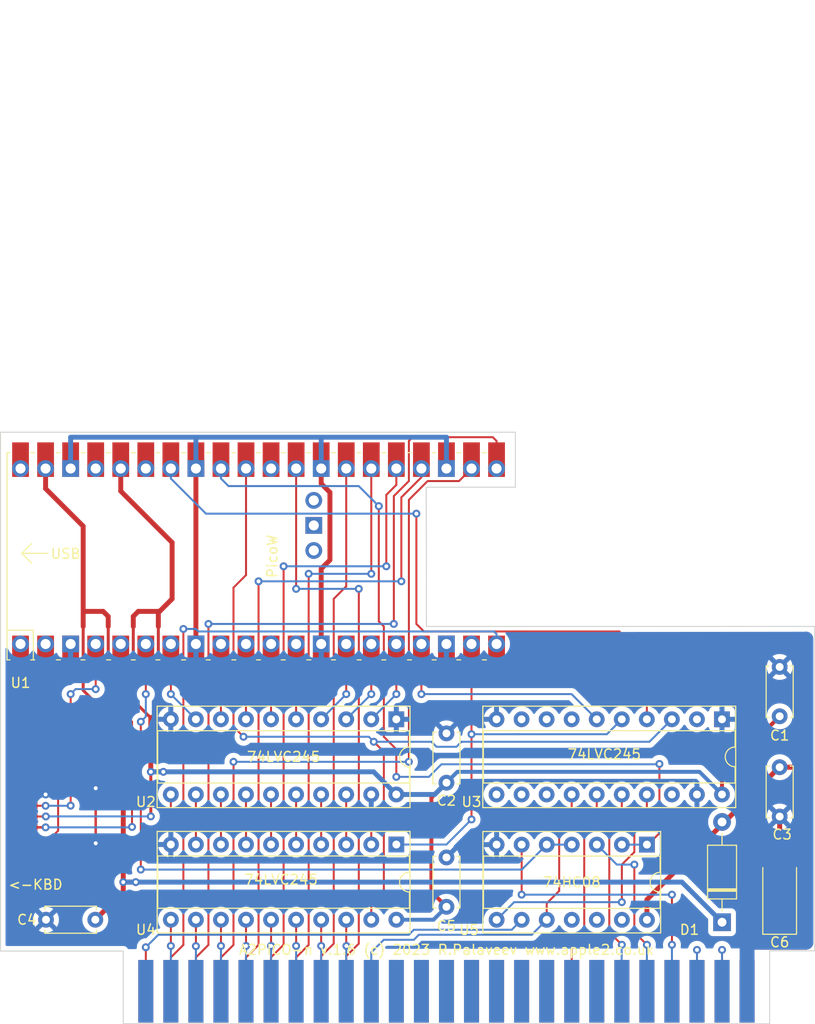
<source format=kicad_pcb>
(kicad_pcb (version 20211014) (generator pcbnew)
  (layers (0 "F.Cu" signal) (31 "B.Cu" signal) (34 "B.Paste" user) (35 "F.Paste" user) (36 "B.SilkS" user "B.Silkscreen") (37 "F.SilkS" user "F.Silkscreen") (38 "B.Mask" user) (39 "F.Mask" user) (44 "Edge.Cuts" user))
  (net 0 "")
  (net 1 "GND")
  (net 2 "3.3V")
  (net 3 "VSYS")
  (net 4 "5V")
  (footprint "" (layer "F.Cu") (at 147.32 135.519807)
    (fp_text reference "")
    (fp_text value "")
  )
  (footprint "" (layer "F.Cu") (at 144.78 135.519807)
    (fp_text reference "")
    (fp_text value "")
  )
  (footprint "" (layer "F.Cu") (at 167.64 135.519807)
    (fp_text reference "")
    (fp_text value "")
  )
  (footprint "" (layer "F.Cu") (at 165.1 135.519807)
    (fp_text reference "")
    (fp_text value "")
  )
  (footprint "Package_DIP:DIP-20_W7.62mm_Socket" (layer "F.Cu") (at 172.715 107.96 -90)
    (fp_text reference "U3")
    (fp_text value "74LVC245")
  )
  (footprint "" (layer "F.Cu") (at 147.32 135.519807)
    (fp_text reference "")
    (fp_text value "")
  )
  (footprint "" (layer "F.Cu") (at 172.72 135.519807)
    (fp_text reference "")
    (fp_text value "")
  )
  (footprint "" (layer "F.Cu") (at 160.02 135.519807)
    (fp_text reference "")
    (fp_text value "")
  )
  (footprint "" (layer "F.Cu") (at 124.46 135.519807)
    (fp_text reference "")
    (fp_text value "")
  )
  (footprint "Capacitor_THT:C_Disc_D5.0mm_W2.5mm_P5.00mm" (layer "F.Cu") (at 144.78 126.96 90)
    (fp_text reference "C5")
    (fp_text value "100n")
  )
  (footprint "" (layer "F.Cu") (at 167.64 135.519807)
    (fp_text reference "")
    (fp_text value "")
  )
  (footprint "" (layer "F.Cu") (at 114.3 135.519807)
    (fp_text reference "")
    (fp_text value "")
  )
  (footprint "" (layer "F.Cu") (at 116.84 135.519807)
    (fp_text reference "")
    (fp_text value "")
  )
  (footprint "" (layer "F.Cu") (at 102.446 116.712)
    (fp_text reference "")
    (fp_text value "")
  )
  (footprint "" (layer "F.Cu") (at 139.7 135.519807)
    (fp_text reference "")
    (fp_text value "")
  )
  (footprint "" (layer "F.Cu") (at 152.4 135.519807)
    (fp_text reference "")
    (fp_text value "")
  )
  (footprint "Capacitor_THT:C_Disc_D5.0mm_W2.5mm_P5.00mm" (layer "F.Cu") (at 178.562 107.656 90)
    (fp_text reference "C1")
    (fp_text value "100n")
  )
  (footprint "" (layer "F.Cu") (at 149.86 135.519807)
    (fp_text reference "")
    (fp_text value "")
  )
  (footprint "" (layer "F.Cu") (at 124.46 135.519807)
    (fp_text reference "")
    (fp_text value "")
  )
  (footprint "Capacitor_THT:C_Disc_D5.0mm_W2.5mm_P5.00mm" (layer "F.Cu") (at 144.78 114.387 90)
    (fp_text reference "C2")
    (fp_text value "100n")
  )
  (footprint "" (layer "F.Cu") (at 137.16 135.519807)
    (fp_text reference "")
    (fp_text value "")
  )
  (footprint "" (layer "F.Cu") (at 162.56 135.519807)
    (fp_text reference "")
    (fp_text value "")
  )
  (footprint "" (layer "F.Cu") (at 102.446 113.412)
    (fp_text reference "")
    (fp_text value "")
  )
  (footprint "Package_DIP:DIP-20_W7.62mm_Socket" (layer "F.Cu") (at 139.7 120.65 -90)
    (fp_text reference "U4")
    (fp_text value "74LVC245")
  )
  (footprint "" (layer "F.Cu") (at 142.24 135.519807)
    (fp_text reference "")
    (fp_text value "")
  )
  (footprint "" (layer "F.Cu") (at 137.16 135.519807)
    (fp_text reference "")
    (fp_text value "")
  )
  (footprint "Package_DIP:DIP-14_W7.62mm_Socket" (layer "F.Cu") (at 165.105 120.66 -90)
    (fp_text reference "U5")
    (fp_text value "74HC08")
  )
  (footprint "" (layer "F.Cu") (at 154.94 135.519807)
    (fp_text reference "")
    (fp_text value "")
  )
  (footprint "" (layer "F.Cu") (at 119.38 135.519807)
    (fp_text reference "")
    (fp_text value "")
  )
  (footprint "" (layer "F.Cu") (at 127 135.519807)
    (fp_text reference "")
    (fp_text value "")
  )
  (footprint "Package_DIP:DIP-20_W7.62mm_Socket" (layer "F.Cu") (at 139.695 107.96 -90)
    (fp_text reference "U2")
    (fp_text value "74LVC245")
  )
  (footprint "RaspberryPI PicoW:RPi_PicoW_SMD_TH" (layer "F.Cu") (at 125.73 91.44 90)
    (fp_text reference "U1")
    (fp_text value "PicoW")
  )
  (footprint "" (layer "F.Cu") (at 157.48 135.519807)
    (fp_text reference "")
    (fp_text value "")
  )
  (footprint "" (layer "F.Cu") (at 175.26 135.519807)
    (fp_text reference "")
    (fp_text value "")
  )
  (footprint "" (layer "F.Cu") (at 134.62 135.519807)
    (fp_text reference "")
    (fp_text value "")
  )
  (footprint "" (layer "F.Cu") (at 160.02 135.519807)
    (fp_text reference "")
    (fp_text value "")
  )
  (footprint "" (layer "F.Cu") (at 139.7 135.519807)
    (fp_text reference "")
    (fp_text value "")
  )
  (footprint "" (layer "F.Cu") (at 165.1 135.519807)
    (fp_text reference "")
    (fp_text value "")
  )
  (footprint "" (layer "F.Cu") (at 102.446 118.912)
    (fp_text reference "")
    (fp_text value "")
  )
  (footprint "" (layer "F.Cu") (at 121.92 135.519807)
    (fp_text reference "")
    (fp_text value "")
  )
  (footprint "" (layer "F.Cu") (at 152.4 135.519807)
    (fp_text reference "")
    (fp_text value "")
  )
  (footprint "Capacitor_THT:C_Disc_D5.0mm_W2.5mm_P5.00mm" (layer "F.Cu") (at 104.18 128.27)
    (fp_text reference "C4")
    (fp_text value "100n")
  )
  (footprint "" (layer "F.Cu") (at 109.22 124.228 90)
    (fp_text reference "")
    (fp_text value "")
  )
  (footprint "" (layer "F.Cu") (at 142.24 135.519807)
    (fp_text reference "")
    (fp_text value "")
  )
  (footprint "" (layer "F.Cu") (at 114.3 135.519807)
    (fp_text reference "")
    (fp_text value "")
  )
  (footprint "" (layer "F.Cu") (at 116.84 135.519807)
    (fp_text reference "")
    (fp_text value "")
  )
  (footprint "" (layer "F.Cu") (at 157.48 135.519807)
    (fp_text reference "")
    (fp_text value "")
  )
  (footprint "" (layer "F.Cu") (at 149.86 135.519807)
    (fp_text reference "")
    (fp_text value "")
  )
  (footprint "" (layer "F.Cu") (at 129.54 135.519807)
    (fp_text reference "")
    (fp_text value "")
  )
  (footprint "" (layer "F.Cu") (at 127 135.519807)
    (fp_text reference "")
    (fp_text value "")
  )
  (footprint "" (layer "F.Cu") (at 170.18 135.519807)
    (fp_text reference "")
    (fp_text value "")
  )
  (footprint "" (layer "F.Cu") (at 121.92 135.519807)
    (fp_text reference "")
    (fp_text value "")
  )
  (footprint "" (layer "F.Cu") (at 102.446 115.612)
    (fp_text reference "")
    (fp_text value "")
  )
  (footprint "" (layer "F.Cu") (at 102.446 117.812)
    (fp_text reference "")
    (fp_text value "")
  )
  (footprint "" (layer "F.Cu") (at 172.72 135.519807)
    (fp_text reference "")
    (fp_text value "")
  )
  (footprint "Capacitor_Tantalum_SMD:CP_EIA-6032-15_Kemet-U" (layer "F.Cu") (at 178.562 125.984 90)
    (fp_text reference "C6")
    (fp_text value "220uF")
  )
  (footprint "" (layer "F.Cu") (at 132.08 135.519807)
    (fp_text reference "")
    (fp_text value "")
  )
  (footprint "" (layer "F.Cu") (at 102.446 121.112)
    (fp_text reference "")
    (fp_text value "")
  )
  (footprint "" (layer "F.Cu") (at 102.446 120.012)
    (fp_text reference "")
    (fp_text value "")
  )
  (footprint "Diode_THT:D_A-405_P10.16mm_Horizontal" (layer "F.Cu") (at 172.72 128.524 90)
    (fp_text reference "D1")
    (fp_text value "D_A-405_P10.16mm_Horizontal" hide)
  )
  (footprint "" (layer "F.Cu") (at 109.22 111.898 180)
    (fp_text reference "")
    (fp_text value "")
  )
  (footprint "" (layer "F.Cu") (at 134.62 135.519807)
    (fp_text reference "")
    (fp_text value "")
  )
  (footprint "" (layer "F.Cu") (at 162.56 135.519807)
    (fp_text reference "")
    (fp_text value "")
  )
  (footprint "" (layer "F.Cu") (at 119.38 135.519807)
    (fp_text reference "")
    (fp_text value "")
  )
  (footprint "" (layer "F.Cu") (at 154.94 135.519807)
    (fp_text reference "")
    (fp_text value "")
  )
  (footprint "" (layer "F.Cu") (at 144.78 135.519807)
    (fp_text reference "")
    (fp_text value "")
  )
  (footprint "" (layer "F.Cu") (at 170.18 135.519807)
    (fp_text reference "")
    (fp_text value "")
  )
  (footprint "" (layer "F.Cu") (at 129.54 135.519807)
    (fp_text reference "")
    (fp_text value "")
  )
  (footprint "Capacitor_THT:C_Disc_D5.0mm_W2.5mm_P5.00mm" (layer "F.Cu") (at 178.562 117.816 90)
    (fp_text reference "C3")
    (fp_text value "100n")
  )
  (footprint "" (layer "F.Cu") (at 102.446 114.512)
    (fp_text reference "")
    (fp_text value "")
  )
  (footprint "" (layer "F.Cu") (at 175.26 135.519807)
    (fp_text reference "")
    (fp_text value "")
  )
  (footprint "" (layer "F.Cu") (at 132.08 135.519807)
    (fp_text reference "")
    (fp_text value "")
  )
  (gr_line (start 102.73 90.14) (end 101.73 91.14) (layer "F.SilkS") (width 0.12))
  (gr_line (start 101.73 91.14) (end 102.73 92.14) (layer "F.SilkS") (width 0.12))
  (gr_line (start 104.33 91.14) (end 101.73 91.14) (layer "F.SilkS") (width 0.12))
  (gr_line (start 102.73 92.14) (end 101.73 91.14) (layer "F.SilkS") (width 0.12))
  (gr_line (start 177.546 138.821807) (end 177.546 131.4196) (layer "Edge.Cuts") (width 0.1))
  (gr_line (start 151.1808 98.552) (end 182.118 98.552) (layer "Edge.Cuts") (width 0.1))
  (gr_line (start 151.1808 98.552) (end 142.748 98.552) (layer "Edge.Cuts") (width 0.1))
  (gr_line (start 142.73 84.44) (end 142.748 98.552) (layer "Edge.Cuts") (width 0.1))
  (gr_line (start 177.546 131.4196) (end 182.118 131.4196) (layer "Edge.Cuts") (width 0.1))
  (gr_line (start 99.568 131.445) (end 99.568 78.867) (layer "Edge.Cuts") (width 0.1))
  (gr_line (start 99.568 78.867) (end 151.765 78.867) (layer "Edge.Cuts") (width 0.1))
  (gr_line (start 112.014 131.445) (end 99.568 131.445) (layer "Edge.Cuts") (width 0.1))
  (gr_line (start 151.765 78.867) (end 151.765 84.44) (layer "Edge.Cuts") (width 0.1))
  (gr_line (start 112.014 138.811) (end 177.546 138.821807) (layer "Edge.Cuts") (width 0.1))
  (gr_line (start 138.516 35.096) (end 138.516 35.096) (layer "Edge.Cuts") (width 0.05))
  (gr_line (start 142.73 84.44) (end 151.765 84.44) (layer "Edge.Cuts") (width 0.1))
  (gr_line (start 112.014 138.811) (end 112.014 131.445) (layer "Edge.Cuts") (width 0.1))
  (gr_line (start 182.118 131.4196) (end 182.118 98.552) (layer "Edge.Cuts") (width 0.1))
  (gr_text "" (at 152.4 135.519807) (layer "F.SilkS") (effects (font (size 1.27 1.27))))
  (gr_text "" (at 152.4 135.519807) (layer "F.SilkS") (effects (font (size 1.27 1.27))))
  (gr_text "A2PICO-n v.1.6 (c) 2023 R.Palaveev www.apple2.co.uk" (at 144.78 131.318) (layer "F.SilkS") (effects (font (size 1 1))))
  (gr_text "USB" (at 106.172 91.186) (layer "F.SilkS") (effects (font (size 1 1))))
  (gr_text "<-KBD" (at 103.124 124.714) (layer "F.SilkS") (effects (font (size 1 1))))
  (segment (start 163.83 121.412) (end 163.83 119.38) (width 0.2) (layer "F.Cu") (net 0))
  (segment (start 129.54 104.902) (end 129.535 104.907) (width 0.2) (layer "F.Cu") (net 0))
  (segment (start 135.895 116.083) (end 135.895 107.183) (width 0.2) (layer "F.Cu") (net 0))
  (segment (start 134.62 94.488) (end 133.35 95.758) (width 0.2) (layer "F.Cu") (net 0))
  (segment (start 124.46 104.902) (end 124.46 100.33) (width 0.2) (layer "F.Cu") (net 0))
  (segment (start 137.16 120.5965) (end 137.16 118.6915) (width 0.2) (layer "F.Cu") (net 0))
  (segment (start 109.22 104.902) (end 109.22 100.33) (width 0.2) (layer "F.Cu") (net 0))
  (segment (start 102.458 116.724) (end 102.446 116.712) (width 0.2) (layer "F.Cu") (net 0))
  (segment (start 137.922 98.044) (end 137.922 86.36) (width 0.2) (layer "F.Cu") (net 0))
  (segment (start 116.84 132.09) (end 118.11 130.82) (width 0.2) (layer "F.Cu") (net 0))
  (segment (start 129.54 94.742) (end 129.54 82.55) (width 0.2) (layer "F.Cu") (net 0))
  (segment (start 130.81 93.218) (end 130.81 117.4115) (width 0.2) (layer "F.Cu") (net 0))
  (segment (start 121.92 130.927258) (end 121.92 128.27) (width 0.2) (layer "F.Cu") (net 0))
  (segment (start 121.92 120.5865) (end 121.92 118.6815) (width 0.2) (layer "F.Cu") (net 0))
  (segment (start 137.16 105.41) (end 137.16 100.33) (width 0.2) (layer "F.Cu") (net 0))
  (segment (start 157.48 138.040065) (end 157.48 131.064) (width 0.2) (layer "F.Cu") (net 0))
  (segment (start 116.835 117.47) (end 116.835 115.58) (width 0.2) (layer "F.Cu") (net 0))
  (segment (start 158.75 129.794) (end 158.75 118.618) (width 0.2) (layer "F.Cu") (net 0))
  (segment (start 163.83 124.968) (end 163.83 129.286) (width 0.2) (layer "F.Cu") (net 0))
  (segment (start 123.195 112.273) (end 123.19 112.268) (width 0.2) (layer "F.Cu") (net 0))
  (segment (start 132.075 117.343) (end 132.075 115.58) (width 0.2) (layer "F.Cu") (net 0))
  (segment (start 140.97 83.82) (end 140.97 79.756) (width 0.2) (layer "F.Cu") (net 0))
  (segment (start 128.27 92.456) (end 128.27 117.4115) (width 0.2) (layer "F.Cu") (net 0))
  (segment (start 101.6 104.786) (end 101.6 100.33) (width 0.2) (layer "F.Cu") (net 0))
  (segment (start 128.27 130.801065) (end 128.27 118.64975) (width 0.2) (layer "F.Cu") (net 0))
  (segment (start 149.86 79.756) (end 149.86 82.55) (width 0.2) (layer "F.Cu") (net 0))
  (segment (start 118.11 118.745) (end 116.835 117.47) (width 0.2) (layer "F.Cu") (net 0))
  (segment (start 132.08 131.963) (end 133.35 130.693) (width 0.2) (layer "F.Cu") (net 0))
  (segment (start 129.54 132.09) (end 130.81 130.82) (width 0.2) (layer "F.Cu") (net 0))
  (segment (start 139.7 110.998) (end 138.43 109.728) (width 0.2) (layer "F.Cu") (net 0))
  (segment (start 156.21 125.349) (end 156.21 118.6205) (width 0.2) (layer "F.Cu") (net 0))
  (segment (start 132.08 130.927258) (end 132.08 128.27) (width 0.2) (layer "F.Cu") (net 0))
  (segment (start 162.555 117.343) (end 162.555 115.58) (width 0.2) (layer "F.Cu") (net 0))
  (segment (start 104.14 114.184) (end 103.812 114.512) (width 0.2) (layer "F.Cu") (net 0))
  (segment (start 162.56 122.682) (end 163.83 121.412) (width 0.2) (layer "F.Cu") (net 0))
  (segment (start 104.14 100.33) (end 104.14 105.41) (width 0.2) (layer "F.Cu") (net 0))
  (segment (start 114.3 100.33) (end 114.3 105.41) (width 0.2) (layer "F.Cu") (net 0))
  (segment (start 135.89 117.4215) (end 135.89 116.0245) (width 0.2) (layer "F.Cu") (net 0))
  (segment (start 125.73 118.618) (end 124.455 117.343) (width 0.2) (layer "F.Cu") (net 0))
  (segment (start 129.54 138.040065) (end 129.54 132.070258) (width 0.2) (layer "F.Cu") (net 0))
  (segment (start 116.84 130.927258) (end 116.84 128.27) (width 0.2) (layer "F.Cu") (net 0))
  (segment (start 130.81 118.618) (end 129.535 117.343) (width 0.2) (layer "F.Cu") (net 0))
  (segment (start 140.97 79.756) (end 141.351 79.375) (width 0.2) (layer "F.Cu") (net 0))
  (segment (start 104.14 105.41) (end 105.41 106.68) (width 0.2) (layer "F.Cu") (net 0))
  (segment (start 120.65 105.41) (end 120.655 105.415) (width 0.2) (layer "F.Cu") (net 0))
  (segment (start 123.19 118.618) (end 121.915 117.343) (width 0.2) (layer "F.Cu") (net 0))
  (segment (start 135.89 106.924) (end 135.895 106.929) (width 0.2) (layer "F.Cu") (net 0))
  (segment (start 163.83 119.38) (end 165.1 118.11) (width 0.2) (layer "F.Cu") (net 0))
  (segment (start 137.16 126.492) (end 137.16 128.27) (width 0.2) (layer "F.Cu") (net 0))
  (segment (start 140.97 112.268) (end 140.97 85.725) (width 0.2) (layer "F.Cu") (net 0))
  (segment (start 158.75 118.618) (end 160.02 117.348) (width 0.2) (layer "F.Cu") (net 0))
  (segment (start 134.62 131.953) (end 134.62 138.040065) (width 0.2) (layer "F.Cu") (net 0))
  (segment (start 121.915 105.669) (end 121.915 107.96) (width 0.2) (layer "F.Cu") (net 0))
  (segment (start 101.658 104.844) (end 104.14 107.326) (width 0.2) (layer "F.Cu") (net 0))
  (segment (start 127 132.325065) (end 127 137.932) (width 0.2) (layer "F.Cu") (net 0))
  (segment (start 140.208 93.98) (end 140.208 85.471) (width 0.2) (layer "F.Cu") (net 0))
  (segment (start 165.217 120.66) (end 165.105 120.66) (width 0.2) (layer "F.Cu") (net 0))
  (segment (start 165.095 101.849) (end 165.095 107.96) (width 0.2) (layer "F.Cu") (net 0))
  (segment (start 127 132.071065) (end 128.27 130.801065) (width 0.2) (layer "F.Cu") (net 0))
  (segment (start 118.11 117.475) (end 118.11 98.806) (width 0.2) (layer "F.Cu") (net 0))
  (segment (start 138.43 111.252) (end 138.43 125.222) (width 0.2) (layer "F.Cu") (net 0))
  (segment (start 124.46 118.6815) (end 123.19 117.4115) (width 0.2) (layer "F.Cu") (net 0))
  (segment (start 124.46 104.902) (end 124.455 104.907) (width 0.2) (layer "F.Cu") (net 0))
  (segment (start 104.14 107.326) (end 104.14 114.184) (width 0.2) (layer "F.Cu") (net 0))
  (segment (start 172.72 131.328807) (end 172.72 135.265807) (width 0.2) (layer "F.Cu") (net 0))
  (segment (start 140.208 85.471) (end 142.24 83.439) (width 0.2) (layer "F.Cu") (net 0))
  (segment (start 165.095 118.105) (end 165.095 115.58) (width 0.2) (layer "F.Cu") (net 0))
  (segment (start 160.02 117.348) (end 160.015 117.343) (width 0.2) (layer "F.Cu") (net 0))
  (segment (start 146.05 83.82) (end 147.32 82.55) (width 0.2) (layer "F.Cu") (net 0))
  (segment (start 132.08 131.943258) (end 132.08 138.040065) (width 0.2) (layer "F.Cu") (net 0))
  (segment (start 157.48 131.064) (end 158.75 129.794) (width 0.2) (layer "F.Cu") (net 0))
  (segment (start 135.89 130.693) (end 135.89 118.618) (width 0.2) (layer "F.Cu") (net 0))
  (segment (start 106.68 116.713) (end 106.68 105.41) (width 0.2) (layer "F.Cu") (net 0))
  (segment (start 166.37 119.507) (end 165.217 120.66) (width 0.2) (layer "F.Cu") (net 0))
  (segment (start 137.16 118.6915) (end 135.89 117.4215) (width 0.2) (layer "F.Cu") (net 0))
  (segment (start 116.84 100.33) (end 116.84 105.41) (width 0.2) (layer "F.Cu") (net 0))
  (segment (start 166.37 112.4845) (end 166.37 119.507) (width 0.2) (layer "F.Cu") (net 0))
  (segment (start 119.375 117.47) (end 119.375 115.58) (width 0.2) (layer "F.Cu") (net 0))
  (segment (start 134.62 82.55) (end 134.62 94.488) (width 0.2) (layer "F.Cu") (net 0))
  (segment (start 137.414 110.236) (end 138.43 111.252) (width 0.2) (layer "F.Cu") (net 0))
  (segment (start 139.7 113.792) (end 139.7 110.998) (width 0.2) (layer "F.Cu") (net 0))
  (segment (start 139.7 105.41) (end 139.7 100.33) (width 0.2) (layer "F.Cu") (net 0))
  (segment (start 104.14 116.724) (end 102.458 116.724) (width 0.2) (layer "F.Cu") (net 0))
  (segment (start 138.43 125.222) (end 137.16 126.492) (width 0.2) (layer "F.Cu") (net 0))
  (segment (start 134.62 130.907516) (end 134.62 128.27) (width 0.2) (layer "F.Cu") (net 0))
  (segment (start 129.535 104.907) (end 129.535 107.96) (width 0.2) (layer "F.Cu") (net 0))
  (segment (start 120.655 105.415) (end 120.655 117.4165) (width 0.2) (layer "F.Cu") (net 0))
  (segment (start 127 104.648) (end 127 100.33) (width 0.2) (layer "F.Cu") (net 0))
  (segment (start 119.38 118.745) (end 118.11 117.475) (width 0.2) (layer "F.Cu") (net 0))
  (segment (start 113.792 108.204) (end 113.792 123.19) (width 0.2) (layer "F.Cu") (net 0))
  (segment (start 124.46 130.927258) (end 124.46 128.27) (width 0.2) (layer "F.Cu") (net 0))
  (segment (start 133.35 95.758) (end 133.35 117.4115) (width 0.2) (layer "F.Cu") (net 0))
  (segment (start 120.87225 117.63375) (end 120.65 117.4115) (width 0.2) (layer "F.Cu") (net 0))
  (segment (start 147.32 109.474) (end 147.32 100.33) (width 0.2) (layer "F.Cu") (net 0))
  (segment (start 162.56 126.492) (end 162.56 122.682) (width 0.2) (layer "F.Cu") (net 0))
  (segment (start 133.35 117.4115) (end 134.62 118.6815) (width 0.2) (layer "F.Cu") (net 0))
  (segment (start 135.895 106.675) (end 135.895 94.747) (width 0.2) (layer "F.Cu") (net 0))
  (segment (start 139.7 84.201) (end 139.7 82.55) (width 0.2) (layer "F.Cu") (net 0))
  (segment (start 126.995 104.653) (end 126.995 107.96) (width 0.2) (layer "F.Cu") (net 0))
  (segment (start 127 130.927258) (end 127 128.27) (width 0.2) (layer "F.Cu") (net 0))
  (segment (start 121.92 132.09) (end 123.19 130.82) (width 0.2) (layer "F.Cu") (net 0))
  (segment (start 124.206 109.728) (end 123.19 108.712) (width 0.2) (layer "F.Cu") (net 0))
  (segment (start 120.65 118.745) (end 119.375 117.47) (width 0.2) (layer "F.Cu") (net 0))
  (segment (start 128.27 117.4115) (end 129.54 118.6815) (width 0.2) (layer "F.Cu") (net 0))
  (segment (start 119.38 130.947) (end 119.38 128.27) (width 0.2) (layer "F.Cu") (net 0))
  (segment (start 120.65 98.298) (end 120.65 105.41) (width 0.2) (layer "F.Cu") (net 0))
  (segment (start 139.446 95.504) (end 139.446 98.298) (width 0.2) (layer "F.Cu") (net 0))
  (segment (start 142.24 83.439) (end 142.24 82.55) (width 0.2) (layer "F.Cu") (net 0))
  (segment (start 124.455 104.907) (end 124.455 107.96) (width 0.2) (layer "F.Cu") (net 0))
  (segment (start 161.29 129.54) (end 161.29 118.618) (width 0.2) (layer "F.Cu") (net 0))
  (segment (start 119.38 132.070258) (end 119.38 138.040065) (width 0.2) (layer "F.Cu") (net 0))
  (segment (start 142.24 100.33) (end 142.24 105.41) (width 0.2) (layer "F.Cu") (net 0))
  (segment (start 162.56 117.348) (end 162.555 117.343) (width 0.2) (layer "F.Cu") (net 0))
  (segment (start 121.92 105.664) (end 121.915 105.669) (width 0.2) (layer "F.Cu") (net 0))
  (segment (start 163.83 129.54) (end 165.1 130.81) (width 0.2) (layer "F.Cu") (net 0))
  (segment (start 154.945 126.614) (end 156.21 125.349) (width 0.2) (layer "F.Cu") (net 0))
  (segment (start 123.19 94.615) (end 124.46 93.345) (width 0.2) (layer "F.Cu") (net 0))
  (segment (start 121.92 118.6815) (end 120.87225 117.63375) (width 0.2) (layer "F.Cu") (net 0))
  (segment (start 120.655 117.4165) (end 120.87225 117.63375) (width 0.2) (layer "F.Cu") (net 0))
  (segment (start 124.46 120.5865) (end 124.46 118.6815) (width 0.2) (layer "F.Cu") (net 0))
  (segment (start 134.62 118.6815) (end 134.62 120.5865) (width 0.2) (layer "F.Cu") (net 0))
  (segment (start 112.903 108.204) (end 112.903 118.872) (width 0.2) (layer "F.Cu") (net 0))
  (segment (start 121.915 117.343) (end 121.915 115.58) (width 0.2) (layer "F.Cu") (net 0))
  (segment (start 137.16 93.218) (end 137.16 82.55) (width 0.2) (layer "F.Cu") (net 0))
  (segment (start 165.1 118.11) (end 165.095 118.105) (width 0.2) (layer "F.Cu") (net 0))
  (segment (start 161.29 118.618) (end 162.56 117.348) (width 0.2) (layer "F.Cu") (net 0))
  (segment (start 129.54 104.902) (end 129.54 100.33) (width 0.2) (layer "F.Cu") (net 0))
  (segment (start 162.56 130.81) (end 161.29 129.54) (width 0.2) (layer "F.Cu") (net 0))
  (segment (start 102.446 118.912) (end 104.14 118.912) (width 0.25) (layer "F.Cu") (net 0))
  (segment (start 138.43 109.728) (end 138.43 98.552) (width 0.2) (layer "F.Cu") (net 0))
  (segment (start 124.46 132.070258) (end 124.46 138.040065) (width 0.2) (layer "F.Cu") (net 0))
  (segment (start 134.62 131.963) (end 135.89 130.693) (width 0.2) (layer "F.Cu") (net 0))
  (segment (start 104.637 120.026) (end 102.46 120.026) (width 0.2) (layer "F.Cu") (net 0))
  (segment (start 123.19 130.82) (end 123.19 118.618) (width 0.2) (layer "F.Cu") (net 0))
  (segment (start 160.015 117.343) (end 160.015 115.58) (width 0.2) (layer "F.Cu") (net 0))
  (segment (start 139.446 85.344) (end 140.97 83.82) (width 0.2) (layer "F.Cu") (net 0))
  (segment (start 133.35 130.693) (end 133.35 118.618) (width 0.2) (layer "F.Cu") (net 0))
  (segment (start 141.351 79.375) (end 149.479 79.375) (width 0.2) (layer "F.Cu") (net 0))
  (segment (start 120.65 130.82) (end 120.65 118.745) (width 0.2) (layer "F.Cu") (net 0))
  (segment (start 141.732 87.122) (end 141.732 98.298) (width 0.2) (layer "F.Cu") (net 0))
  (segment (start 105.41 119.253) (end 104.637 120.026) (width 0.2) (layer "F.Cu") (net 0))
  (segment (start 125.73 93.98) (end 125.73 117.348) (width 0.2) (layer "F.Cu") (net 0))
  (segment (start 111.76 100.33) (end 111.76 107.061) (width 0.2) (layer "F.Cu") (net 0))
  (segment (start 129.54 130.927258) (end 129.54 128.27) (width 0.2) (layer "F.Cu") (net 0))
  (segment (start 162.306 99.06) (end 165.095 101.849) (width 0.2) (layer "F.Cu") (net 0))
  (segment (start 135.895 106.675) (end 135.895 107.183) (width 0.2) (layer "F.Cu") (net 0))
  (segment (start 123.19 108.712) (end 123.19 94.615) (width 0.2) (layer "F.Cu") (net 0))
  (segment (start 102.46 120.026) (end 102.446 120.012) (width 0.2) (layer "F.Cu") (net 0))
  (segment (start 124.46 93.345) (end 124.46 82.55) (width 0.2) (layer "F.Cu") (net 0))
  (segment (start 154.945 128.28) (end 154.945 126.614) (width 0.2) (layer "F.Cu") (net 0))
  (segment (start 127 118.618) (end 127 120.65) (width 0.2) (layer "F.Cu") (net 0))
  (segment (start 127 132.325065) (end 127 132.198065) (width 0.2) (layer "F.Cu") (net 0))
  (segment (start 141.732 98.298) (end 142.494 99.06) (width 0.2) (layer "F.Cu") (net 0))
  (segment (start 105.41 106.68) (end 105.41 119.253) (width 0.2) (layer "F.Cu") (net 0))
  (segment (start 170.18 131.328807) (end 170.18 135.265807) (width 0.2) (layer "F.Cu") (net 0))
  (segment (start 133.35 118.618) (end 132.075 117.343) (width 0.2) (layer "F.Cu") (net 0))
  (segment (start 124.455 117.343) (end 124.455 115.58) (width 0.2) (layer "F.Cu") (net 0))
  (segment (start 157.475 117.3555) (end 157.475 115.58) (width 0.2) (layer "F.Cu") (net 0))
  (segment (start 126.995 117.37475) (end 126.995 115.58) (width 0.2) (layer "F.Cu") (net 0))
  (segment (start 138.684 85.217) (end 139.7 84.201) (width 0.2) (layer "F.Cu") (net 0))
  (segment (start 156.21 118.6205) (end 157.475 117.3555) (width 0.2) (layer "F.Cu") (net 0))
  (segment (start 140.97 85.725) (end 142.875 83.82) (width 0.2) (layer "F.Cu") (net 0))
  (segment (start 149.479 79.375) (end 149.86 79.756) (width 0.2) (layer "F.Cu") (net 0))
  (segment (start 119.38 120.65) (end 119.38 118.745) (width 0.2) (layer "F.Cu") (net 0))
  (segment (start 130.81 130.82) (end 130.81 118.618) (width 0.2) (layer "F.Cu") (net 0))
  (segment (start 167.64 130.81) (end 167.64 125.73) (width 0.2) (layer "F.Cu") (net 0))
  (segment (start 129.54 118.6815) (end 129.54 120.5865) (width 0.2) (layer "F.Cu") (net 0))
  (segment (start 129.535 117.343) (end 129.535 115.58) (width 0.2) (layer "F.Cu") (net 0))
  (segment (start 134.62 105.41) (end 134.62 100.33) (width 0.2) (layer "F.Cu") (net 0))
  (segment (start 125.73 117.348) (end 127 118.618) (width 0.2) (layer "F.Cu") (net 0))
  (segment (start 152.405 125.725) (end 152.4 125.73) (width 0.2) (layer "F.Cu") (net 0))
  (segment (start 128.27 118.64975) (end 126.995 117.37475) (width 0.2) (layer "F.Cu") (net 0))
  (segment (start 127 104.648) (end 126.995 104.653) (width 0.2) (layer "F.Cu") (net 0))
  (segment (start 130.81 117.4115) (end 132.08 118.6815) (width 0.2) (layer "F.Cu") (net 0))
  (segment (start 138.684 92.456) (end 138.684 85.217) (width 0.2) (layer "F.Cu") (net 0))
  (segment (start 123.19 117.4115) (end 123.19 116.0145) (width 0.2) (layer "F.Cu") (net 0))
  (segment (start 139.446 95.504) (end 139.446 85.344) (width 0.2) (layer "F.Cu") (net 0))
  (segment (start 135.895 107.183) (end 135.895 106.929) (width 0.2) (layer "F.Cu") (net 0))
  (segment (start 132.08 118.6815) (end 132.08 120.5865) (width 0.2) (layer "F.Cu") (net 0))
  (segment (start 138.43 98.552) (end 137.922 98.044) (width 0.2) (layer "F.Cu") (net 0))
  (segment (start 111.76 107.061) (end 112.903 108.204) (width 0.2) (layer "F.Cu") (net 0))
  (segment (start 125.73 130.82) (end 125.73 118.618) (width 0.2) (layer "F.Cu") (net 0))
  (segment (start 101.658 104.844) (end 101.6 104.786) (width 0.2) (layer "F.Cu") (net 0))
  (segment (start 118.11 130.82) (end 118.11 118.745) (width 0.2) (layer "F.Cu") (net 0))
  (segment (start 124.46 132.09) (end 125.73 130.82) (width 0.2) (layer "F.Cu") (net 0))
  (segment (start 163.83 124.968) (end 163.83 122.682) (width 0.2) (layer "F.Cu") (net 0))
  (segment (start 147.32 109.474) (end 147.32 118.11) (width 0.2) (layer "F.Cu") (net 0))
  (segment (start 123.195 116.073) (end 123.195 112.273) (width 0.2) (layer "F.Cu") (net 0))
  (segment (start 119.38 132.09) (end 120.65 130.82) (width 0.2) (layer "F.Cu") (net 0))
  (segment (start 114.3 131.064) (end 114.3 135.754065) (width 0.2) (layer "F.Cu") (net 0))
  (segment (start 163.83 129.286) (end 163.83 129.54) (width 0.2) (layer "F.Cu") (net 0))
  (segment (start 121.92 138.040065) (end 121.92 132.070258) (width 0.2) (layer "F.Cu") (net 0))
  (segment (start 142.494 99.06) (end 162.306 99.06) (width 0.2) (layer "F.Cu") (net 0))
  (segment (start 135.89 118.618) (end 134.615 117.343) (width 0.2) (layer "F.Cu") (net 0))
  (segment (start 116.84 138.040065) (end 116.84 132.070258) (width 0.2) (layer "F.Cu") (net 0))
  (segment (start 152.405 120.66) (end 152.405 125.725) (width 0.2) (layer "F.Cu") (net 0))
  (segment (start 103.812 114.512) (end 102.446 114.512) (width 0.2) (layer "F.Cu") (net 0))
  (segment (start 127 132.325065) (end 127 132.071065) (width 0.2) (layer "F.Cu") (net 0))
  (segment (start 121.92 100.076) (end 121.92 105.664) (width 0.2) (layer "F.Cu") (net 0))
  (segment (start 134.615 117.343) (end 134.615 115.58) (width 0.2) (layer "F.Cu") (net 0))
  (segment (start 142.875 83.82) (end 146.05 83.82) (width 0.2) (layer "F.Cu") (net 0))
  (via (at 162.56 126.492) (size 0.8) (drill 0.4) (layers "F.Cu" "B.Cu") (net 0))
  (via (at 123.19 112.268) (size 0.8) (drill 0.4) (layers "F.Cu" "B.Cu") (net 0))
  (via (at 132.08 130.927258) (size 0.8) (drill 0.4) (layers "F.Cu" "B.Cu") (net 0))
  (via (at 113.792 108.204) (size 0.8) (drill 0.4) (layers "F.Cu" "B.Cu") (net 0))
  (via (at 137.414 110.236) (size 0.8) (drill 0.4) (layers "F.Cu" "B.Cu") (net 0))
  (via (at 130.81 93.218) (size 0.8) (drill 0.4) (layers "F.Cu" "B.Cu") (net 0))
  (via (at 139.446 98.298) (size 0.8) (drill 0.4) (layers "F.Cu" "B.Cu") (net 0))
  (via (at 124.206 109.728) (size 0.8) (drill 0.4) (layers "F.Cu" "B.Cu") (net 0))
  (via (at 141.732 87.122) (size 0.8) (drill 0.4) (layers "F.Cu" "B.Cu") (net 0))
  (via (at 134.62 105.41) (size 0.8) (drill 0.4) (layers "F.Cu" "B.Cu") (net 0))
  (via (at 140.97 112.268) (size 0.8) (drill 0.4) (layers "F.Cu" "B.Cu") (net 0))
  (via (at 166.37 112.4845) (size 0.8) (drill 0.4) (layers "F.Cu" "B.Cu") (net 0))
  (via (at 116.84 130.927258) (size 0.8) (drill 0.4) (layers "F.Cu" "B.Cu") (net 0))
  (via (at 140.208 93.98) (size 0.8) (drill 0.4) (layers "F.Cu" "B.Cu") (net 0))
  (via (at 121.92 130.927258) (size 0.8) (drill 0.4) (layers "F.Cu" "B.Cu") (net 0))
  (via (at 104.14 116.724) (size 0.8) (drill 0.4) (layers "F.Cu" "B.Cu") (net 0))
  (via (at 106.68 105.41) (size 0.8) (drill 0.4) (layers "F.Cu" "B.Cu") (net 0))
  (via (at 114.3 105.41) (size 0.8) (drill 0.4) (layers "F.Cu" "B.Cu") (net 0))
  (via (at 170.18 131.328807) (size 0.8) (drill 0.4) (layers "F.Cu" "B.Cu") (net 0))
  (via (at 139.7 113.792) (size 0.8) (drill 0.4) (layers "F.Cu" "B.Cu") (net 0))
  (via (at 127 130.927258) (size 0.8) (drill 0.4) (layers "F.Cu" "B.Cu") (net 0))
  (via (at 129.54 94.742) (size 0.8) (drill 0.4) (layers "F.Cu" "B.Cu") (net 0))
  (via (at 114.3 131.064) (size 0.8) (drill 0.4) (layers "F.Cu" "B.Cu") (net 0))
  (via (at 125.73 93.98) (size 0.8) (drill 0.4) (layers "F.Cu" "B.Cu") (net 0))
  (via (at 163.83 122.682) (size 0.8) (drill 0.4) (layers "F.Cu" "B.Cu") (net 0))
  (via (at 147.32 109.474) (size 0.8) (drill 0.4) (layers "F.Cu" "B.Cu") (net 0))
  (via (at 119.38 130.947) (size 0.8) (drill 0.4) (layers "F.Cu" "B.Cu") (net 0))
  (via (at 137.16 93.218) (size 0.8) (drill 0.4) (layers "F.Cu" "B.Cu") (net 0))
  (via (at 128.27 92.456) (size 0.8) (drill 0.4) (layers "F.Cu" "B.Cu") (net 0))
  (via (at 135.89 94.742) (size 0.8) (drill 0.4) (layers "F.Cu" "B.Cu") (net 0))
  (via (at 137.16 105.41) (size 0.8) (drill 0.4) (layers "F.Cu" "B.Cu") (net 0))
  (via (at 129.54 130.927258) (size 0.8) (drill 0.4) (layers "F.Cu" "B.Cu") (net 0))
  (via (at 134.639742 130.927258) (size 0.8) (drill 0.4) (layers "F.Cu" "B.Cu") (net 0))
  (via (at 118.11 98.806) (size 0.8) (drill 0.4) (layers "F.Cu" "B.Cu") (net 0))
  (via (at 147.32 118.11) (size 0.8) (drill 0.4) (layers "F.Cu" "B.Cu") (net 0))
  (via (at 167.64 125.73) (size 0.8) (drill 0.4) (layers "F.Cu" "B.Cu") (net 0))
  (via (at 124.46 130.927258) (size 0.8) (drill 0.4) (layers "F.Cu" "B.Cu") (net 0))
  (via (at 113.792 123.19) (size 0.8) (drill 0.4) (layers "F.Cu" "B.Cu") (net 0))
  (via (at 109.22 104.902) (size 0.8) (drill 0.4) (layers "F.Cu" "B.Cu") (net 0))
  (via (at 120.65 98.298) (size 0.8) (drill 0.4) (layers "F.Cu" "B.Cu") (net 0))
  (via (at 162.56 130.81) (size 0.8) (drill 0.4) (layers "F.Cu" "B.Cu") (net 0))
  (via (at 116.84 105.41) (size 0.8) (drill 0.4) (layers "F.Cu" "B.Cu") (net 0))
  (via (at 172.72 131.328807) (size 0.8) (drill 0.4) (layers "F.Cu" "B.Cu") (net 0))
  (via (at 137.922 86.36) (size 0.8) (drill 0.4) (layers "F.Cu" "B.Cu") (net 0))
  (via (at 104.14 118.912) (size 0.8) (drill 0.4) (layers "F.Cu" "B.Cu") (net 0))
  (via (at 106.68 116.713) (size 0.8) (drill 0.4) (layers "F.Cu" "B.Cu") (net 0))
  (via (at 112.903 118.872) (size 0.8) (drill 0.4) (layers "F.Cu" "B.Cu") (net 0))
  (via (at 167.64 130.81) (size 0.8) (drill 0.4) (layers "F.Cu" "B.Cu") (net 0))
  (via (at 152.4 125.73) (size 0.8) (drill 0.4) (layers "F.Cu" "B.Cu") (net 0))
  (via (at 165.1 130.81) (size 0.8) (drill 0.4) (layers "F.Cu" "B.Cu") (net 0))
  (via (at 139.7 105.41) (size 0.8) (drill 0.4) (layers "F.Cu" "B.Cu") (net 0))
  (via (at 138.684 92.456) (size 0.8) (drill 0.4) (layers "F.Cu" "B.Cu") (net 0))
  (via (at 142.24 105.41) (size 0.8) (drill 0.4) (layers "F.Cu" "B.Cu") (net 0))
  (segment (start 141.732 87.122) (end 120.396 87.122) (width 0.2) (layer "B.Cu") (net 0))
  (segment (start 151.399 129.286) (end 152.405 128.28) (width 0.2) (layer "B.Cu") (net 0))
  (segment (start 120.65 98.298) (end 139.446 98.298) (width 0.2) (layer "B.Cu") (net 0))
  (segment (start 115.57 129.794) (end 140.97 129.794) (width 0.2) (layer "B.Cu") (net 0))
  (segment (start 146.304 110.236) (end 165.359 110.236) (width 0.2) (layer "B.Cu") (net 0))
  (segment (start 162.555 107.96) (end 161.2925 109.2225) (width 0.2) (layer "B.Cu") (net 0))
  (segment (start 162.565 120.66) (end 165.105 120.66) (width 0.2) (layer "B.Cu") (net 0))
  (segment (start 136.906 109.728) (end 124.206 109.728) (width 0.2) (layer "B.Cu") (net 0))
  (segment (start 128.27 92.456) (end 138.684 92.456) (width 0.2) (layer "B.Cu") (net 0))
  (segment (start 167.64 130.81) (end 167.64 135.871065) (width 0.2) (layer "B.Cu") (net 0))
  (segment (start 165.359 110.236) (end 167.635 107.96) (width 0.2) (layer "B.Cu") (net 0))
  (segment (start 170.18 131.328807) (end 170.18 135.265807) (width 0.2) (layer "B.Cu") (net 0))
  (segment (start 135.89 84.328) (end 137.922 86.36) (width 0.2) (layer "B.Cu") (net 0))
  (segment (start 162.56 126.492) (end 154.432 126.492) (width 0.2) (layer "B.Cu") (net 0))
  (segment (start 119.38 98.806) (end 119.634 99.06) (width 0.2) (layer "B.Cu") (net 0))
  (segment (start 137.16 135.754065) (end 137.16 131.572) (width 0.2) (layer "B.Cu") (net 0))
  (segment (start 154.945 120.66) (end 157.485 120.66) (width 0.2) (layer "B.Cu") (net 0))
  (segment (start 161.041 109.474) (end 161.2925 109.2225) (width 0.2) (layer "B.Cu") (net 0))
  (segment (start 145.796 110.744) (end 146.304 110.236) (width 0.2) (layer "B.Cu") (net 0))
  (segment (start 104.14 118.912) (end 112.863 118.912) (width 0.2) (layer "B.Cu") (net 0))
  (segment (start 134.62 130.947) (end 134.62 135.754065) (width 0.2) (layer "B.Cu") (net 0))
  (segment (start 144.78 120.65) (end 139.7 120.65) (width 0.2) (layer "B.Cu") (net 0))
  (segment (start 127 130.927258) (end 127 135.754065) (width 0.2) (layer "B.Cu") (net 0))
  (segment (start 116.84 105.41) (end 116.84 105.425) (width 0.2) (layer "B.Cu") (net 0))
  (segment (start 139.7 105.415) (end 139.7 105.41) (width 0.2) (layer "B.Cu") (net 0))
  (segment (start 118.11 98.806) (end 119.38 98.806) (width 0.2) (layer "B.Cu") (net 0))
  (segment (start 141.478 130.302) (end 141.986 129.794) (width 0.2) (layer "B.Cu") (net 0))
  (segment (start 149.86 99.314) (end 149.86 100.33) (width 0.2) (layer "B.Cu") (net 0))
  (segment (start 109.22 104.902) (end 107.188 104.902) (width 0.2) (layer "B.Cu") (net 0))
  (segment (start 120.396 87.122) (end 116.84 83.566) (width 0.2) (layer "B.Cu") (net 0))
  (segment (start 143.764 110.744) (end 145.796 110.744) (width 0.2) (layer "B.Cu") (net 0))
  (segment (start 137.16 105.415) (end 137.16 105.41) (width 0.2) (layer "B.Cu") (net 0))
  (segment (start 116.84 130.927258) (end 116.84 138.040065) (width 0.2) (layer "B.Cu") (net 0))
  (segment (start 134.639742 130.927258) (end 134.62 130.947) (width 0.2) (layer "B.Cu") (net 0))
  (segment (start 124.46 130.927258) (end 124.46 135.754065) (width 0.2) (layer "B.Cu") (net 0))
  (segment (start 137.414 110.236) (end 136.906 109.728) (width 0.2) (layer "B.Cu") (net 0))
  (segment (start 147.32 118.11) (end 144.78 120.65) (width 0.2) (layer "B.Cu") (net 0))
  (segment (start 157.465 105.41) (end 160.015 107.96) (width 0.2) (layer "B.Cu") (net 0))
  (segment (start 149.865 128.28) (end 150.876 127.269) (width 0.2) (layer "B.Cu") (net 0))
  (segment (start 151.638 126.492) (end 154.686 126.492) (width 0.2) (layer "B.Cu") (net 0))
  (segment (start 137.155 107.96) (end 139.7 105.415) (width 0.2) (layer "B.Cu") (net 0))
  (segment (start 144.272 112.522) (end 143.002 113.792) (width 0.2) (layer "B.Cu") (net 0))
  (segment (start 134.615 107.96) (end 137.16 105.415) (width 0.2) (layer "B.Cu") (net 0))
  (segment (start 132.075 107.96) (end 134.62 105.415) (width 0.2) (layer "B.Cu") (net 0))
  (segment (start 172.72 131.328807) (end 172.72 135.265807) (width 0.2) (layer "B.Cu") (net 0))
  (segment (start 138.43 130.302) (end 141.478 130.302) (width 0.2) (layer "B.Cu") (net 0))
  (segment (start 106.669 116.724) (end 104.14 116.724) (width 0.2) (layer "B.Cu") (net 0))
  (segment (start 143.256 110.236) (end 143.764 110.744) (width 0.2) (layer "B.Cu") (net 0))
  (segment (start 140.208 93.98) (end 125.73 93.98) (width 0.2) (layer "B.Cu") (net 0))
  (segment (start 134.62 105.415) (end 134.62 105.41) (width 0.2) (layer "B.Cu") (net 0))
  (segment (start 107.188 104.902) (end 106.68 105.41) (width 0.2) (layer "B.Cu") (net 0))
  (segment (start 122.682 84.328) (end 135.89 84.328) (width 0.2) (layer "B.Cu") (net 0))
  (segment (start 150.876 127.269) (end 150.876 127.254) (width 0.2) (layer "B.Cu") (net 0))
  (segment (start 153.416 129.794) (end 153.4235 129.8015) (width 0.2) (layer "B.Cu") (net 0))
  (segment (start 162.540258 130.829742) (end 162.540258 135.890807) (width 0.2) (layer "B.Cu") (net 0))
  (segment (start 140.97 129.794) (end 141.478 129.286) (width 0.2) (layer "B.Cu") (net 0))
  (segment (start 137.16 131.572) (end 138.43 130.302) (width 0.2) (layer "B.Cu") (net 0))
  (segment (start 129.54 130.927258) (end 129.54 135.754065) (width 0.2) (layer "B.Cu") (net 0))
  (segment (start 162.56 130.81) (end 162.540258 130.829742) (width 0.2) (layer "B.Cu") (net 0))
  (segment (start 150.876 127.254) (end 151.638 126.492) (width 0.2) (layer "B.Cu") (net 0))
  (segment (start 137.414 110.236) (end 143.256 110.236) (width 0.2) (layer "B.Cu") (net 0))
  (segment (start 132.08 130.927258) (end 132.08 135.754065) (width 0.2) (layer "B.Cu") (net 0))
  (segment (start 113.792 108.204) (end 114.3 107.696) (width 0.2) (layer "B.Cu") (net 0))
  (segment (start 141.478 129.286) (end 151.399 129.286) (width 0.2) (layer "B.Cu") (net 0))
  (segment (start 116.84 83.566) (end 116.84 82.55) (width 0.2) (layer "B.Cu") (net 0))
  (segment (start 149.606 99.06) (end 149.86 99.314) (width 0.2) (layer "B.Cu") (net 0))
  (segment (start 160.025 120.66) (end 162.047 122.682) (width 0.2) (layer "B.Cu") (net 0))
  (segment (start 121.92 130.927258) (end 121.92 135.754065) (width 0.2) (layer "B.Cu") (net 0))
  (segment (start 152.415 123.19) (end 154.945 120.66) (width 0.2) (layer "B.Cu") (net 0))
  (segment (start 106.68 116.713) (end 106.669 116.724) (width 0.2) (layer "B.Cu") (net 0))
  (segment (start 114.3 107.696) (end 114.3 105.41) (width 0.2) (layer "B.Cu") (net 0))
  (segment (start 152.146 109.474) (end 161.041 109.474) (width 0.2) (layer "B.Cu") (net 0))
  (segment (start 153.4235 129.8015) (end 154.945 128.28) (width 0.2) (layer "B.Cu") (net 0))
  (segment (start 114.3 131.064) (end 115.57 129.794) (width 0.2) (layer "B.Cu") (net 0))
  (segment (start 119.634 99.06) (end 149.606 99.06) (width 0.2) (layer "B.Cu") (net 0))
  (segment (start 121.92 83.566) (end 122.682 84.328) (width 0.2) (layer "B.Cu") (net 0))
  (segment (start 143.002 113.792) (end 139.7 113.792) (width 0.2) (layer "B.Cu") (net 0))
  (segment (start 142.24 105.41) (end 157.465 105.41) (width 0.2) (layer "B.Cu") (net 0))
  (segment (start 121.92 82.55) (end 121.92 83.566) (width 0.2) (layer "B.Cu") (net 0))
  (segment (start 129.54 94.742) (end 135.89 94.742) (width 0.2) (layer "B.Cu") (net 0))
  (segment (start 113.792 123.19) (end 152.415 123.19) (width 0.2) (layer "B.Cu") (net 0))
  (segment (start 166.3325 112.522) (end 144.272 112.522) (width 0.2) (layer "B.Cu") (net 0))
  (segment (start 162.047 122.682) (end 163.83 122.682) (width 0.2) (layer "B.Cu") (net 0))
  (segment (start 167.64 125.73) (end 152.4 125.73) (width 0.2) (layer "B.Cu") (net 0))
  (segment (start 119.38 130.947) (end 119.38 138.040065) (width 0.2) (layer "B.Cu") (net 0))
  (segment (start 140.97 112.268) (end 123.19 112.268) (width 0.2) (layer "B.Cu") (net 0))
  (segment (start 165.1 130.81) (end 165.1 135.871065) (width 0.2) (layer "B.Cu") (net 0))
  (segment (start 166.37 112.4845) (end 166.3325 112.522) (width 0.2) (layer "B.Cu") (net 0))
  (segment (start 130.81 93.218) (end 137.16 93.218) (width 0.2) (layer "B.Cu") (net 0))
  (segment (start 116.84 105.425) (end 119.375 107.96) (width 0.2) (layer "B.Cu") (net 0))
  (segment (start 147.32 109.474) (end 152.146 109.474) (width 0.2) (layer "B.Cu") (net 0))
  (segment (start 141.986 129.794) (end 153.416 129.794) (width 0.2) (layer "B.Cu") (net 0))
  (segment (start 119.38 100.33) (end 119.38 82.55) (width 0.5) (layer "F.Cu") (net 1))
  (segment (start 132.08 92.71) (end 132.969 91.821) (width 0.5) (layer "F.Cu") (net 1))
  (segment (start 109.22 114.946) (end 109.22 120.523) (width 0.25) (layer "F.Cu") (net 1))
  (segment (start 104.109 115.612) (end 102.446 115.612) (width 0.25) (layer "F.Cu") (net 1))
  (segment (start 178.562 117.816) (end 178.562 123.5215) (width 0.5) (layer "F.Cu") (net 1))
  (segment (start 109.22 111.898) (end 109.22 114.946) (width 0.25) (layer "F.Cu") (net 1))
  (segment (start 132.969 84.963) (end 132.08 84.074) (width 0.5) (layer "F.Cu") (net 1))
  (segment (start 132.08 84.074) (end 132.08 82.55) (width 0.5) (layer "F.Cu") (net 1))
  (segment (start 109.22 120.523) (end 109.22 124.228) (width 0.25) (layer "F.Cu") (net 1))
  (segment (start 132.08 100.33) (end 132.08 92.71) (width 0.5) (layer "F.Cu") (net 1))
  (segment (start 132.969 91.821) (end 132.969 84.963) (width 0.5) (layer "F.Cu") (net 1))
  (segment (start 104.14 115.581) (end 104.109 115.612) (width 0.25) (layer "F.Cu") (net 1))
  (via (at 109.22 114.946) (size 0.8) (drill 0.4) (layers "F.Cu" "B.Cu") (net 1))
  (via (at 104.14 115.581) (size 0.8) (drill 0.4) (layers "F.Cu" "B.Cu") (net 1))
  (via (at 109.22 120.523) (size 0.8) (drill 0.4) (layers "F.Cu" "B.Cu") (net 1))
  (segment (start 132.08 103.632) (end 132.08 100.33) (width 0.5) (layer "B.Cu") (net 1))
  (segment (start 144.78 103.759) (end 144.78 100.33) (width 0.5) (layer "B.Cu") (net 1))
  (segment (start 106.68 79.375) (end 106.68 82.55) (width 0.5) (layer "B.Cu") (net 1))
  (segment (start 175.26 135.509) (end 175.26 130.556) (width 1.5) (layer "B.Cu") (net 1))
  (segment (start 119.38 103.759) (end 106.68 103.759) (width 0.5) (layer "B.Cu") (net 1))
  (segment (start 175.26 130.556) (end 181.229 130.556) (width 1.5) (layer "B.Cu") (net 1))
  (segment (start 119.38 103.759) (end 119.38 100.33) (width 0.5) (layer "B.Cu") (net 1))
  (segment (start 181.229 99.989) (end 181.229 99.822) (width 0.25) (layer "B.Cu") (net 1))
  (segment (start 132.08 82.55) (end 132.08 79.375) (width 0.5) (layer "B.Cu") (net 1))
  (segment (start 119.38 103.759) (end 144.78 103.759) (width 0.5) (layer "B.Cu") (net 1))
  (segment (start 106.68 103.759) (end 106.68 100.33) (width 0.5) (layer "B.Cu") (net 1))
  (segment (start 144.78 82.55) (end 144.78 79.375) (width 0.5) (layer "B.Cu") (net 1))
  (segment (start 181.229 130.556) (end 181.229 99.822) (width 1.5) (layer "B.Cu") (net 1))
  (segment (start 106.68 79.375) (end 144.78 79.375) (width 0.5) (layer "B.Cu") (net 1))
  (segment (start 119.38 82.55) (end 119.38 79.375) (width 0.5) (layer "B.Cu") (net 1))
  (segment (start 104.1586 117.812) (end 102.446 117.812) (width 0.2) (layer "F.Cu") (net 2))
  (segment (start 111.76 83.82) (end 111.76 82.55) (width 0.5) (layer "F.Cu") (net 2))
  (segment (start 116.967 95.758) (end 115.697 97.028) (width 0.5) (layer "F.Cu") (net 2))
  (segment (start 115.57 97.028) (end 115.57 98.552) (width 0.5) (layer "F.Cu") (net 2))
  (segment (start 111.76 83.879022) (end 111.76 84.836) (width 0.5) (layer "F.Cu") (net 2))
  (segment (start 114.808 113.284) (end 116.078 113.284) (width 0.5) (layer "F.Cu") (net 2))
  (segment (start 113.03 98.552) (end 113.03 105.029) (width 0.3) (layer "F.Cu") (net 2))
  (segment (start 113.03 97.536) (end 113.03 98.552) (width 0.5) (layer "F.Cu") (net 2))
  (segment (start 113.03 106.045) (end 114.808 107.823) (width 0.3) (layer "F.Cu") (net 2))
  (segment (start 114.808 113.284) (end 114.808 117.748978) (width 0.3) (layer "F.Cu") (net 2))
  (segment (start 114.808 117.748978) (end 114.808 117.802489) (width 0.5) (layer "F.Cu") (net 2))
  (segment (start 144.78 126.96) (end 143.256 125.436) (width 0.4) (layer "F.Cu") (net 2))
  (segment (start 116.967 90.043) (end 116.967 95.758) (width 0.5) (layer "F.Cu") (net 2))
  (segment (start 113.03 104.521) (end 113.03 106.045) (width 0.3) (layer "F.Cu") (net 2))
  (segment (start 143.256 125.436) (end 143.256 115.911) (width 0.4) (layer "F.Cu") (net 2))
  (segment (start 104.1654 117.8052) (end 104.1586 117.812) (width 0.2) (layer "F.Cu") (net 2))
  (segment (start 172.715 113.503) (end 172.715 115.58) (width 0.4) (layer "F.Cu") (net 2))
  (segment (start 178.562 107.656) (end 172.715 113.503) (width 0.4) (layer "F.Cu") (net 2))
  (segment (start 143.256 115.911) (end 144.78 114.387) (width 0.4) (layer "F.Cu") (net 2))
  (segment (start 111.76 84.836) (end 116.967 90.043) (width 0.5) (layer "F.Cu") (net 2))
  (segment (start 115.697 97.028) (end 113.538 97.028) (width 0.5) (layer "F.Cu") (net 2))
  (segment (start 113.538 97.028) (end 113.03 97.536) (width 0.5) (layer "F.Cu") (net 2))
  (segment (start 114.808 107.79125) (end 114.808 113.284) (width 0.5) (layer "F.Cu") (net 2))
  (segment (start 115.57 98.552) (end 115.57 105.029) (width 0.3) (layer "F.Cu") (net 2))
  (segment (start 115.57 107.02925) (end 114.808 107.79125) (width 0.3) (layer "F.Cu") (net 2))
  (segment (start 115.57 104.521) (end 115.57 107.02925) (width 0.3) (layer "F.Cu") (net 2))
  (via (at 116.078 113.284) (size 0.8) (drill 0.4) (layers "F.Cu" "B.Cu") (net 2))
  (via (at 114.808 113.284) (size 0.8) (drill 0.4) (layers "F.Cu" "B.Cu") (net 2))
  (via (at 104.1654 117.8052) (size 0.8) (drill 0.4) (layers "F.Cu" "B.Cu") (net 2))
  (via (at 114.808 117.802489) (size 0.8) (drill 0.4) (layers "F.Cu" "B.Cu") (net 2))
  (segment (start 104.1654 117.8052) (end 104.168111 117.802489) (width 0.2) (layer "B.Cu") (net 2))
  (segment (start 143.47 128.27) (end 144.78 126.96) (width 0.4) (layer "B.Cu") (net 2))
  (segment (start 114.808 113.284) (end 116.078 113.284) (width 0.5) (layer "B.Cu") (net 2))
  (segment (start 104.168111 117.802489) (end 114.808 117.802489) (width 0.2) (layer "B.Cu") (net 2))
  (segment (start 145.883 113.284) (end 170.419 113.284) (width 0.4) (layer "B.Cu") (net 2))
  (segment (start 143.587 115.58) (end 144.78 114.387) (width 0.5) (layer "B.Cu") (net 2))
  (segment (start 137.399 113.284) (end 139.695 115.58) (width 0.5) (layer "B.Cu") (net 2))
  (segment (start 144.78 114.387) (end 145.883 113.284) (width 0.4) (layer "B.Cu") (net 2))
  (segment (start 172.715 115.565) (end 172.715 115.58) (width 0.4) (layer "B.Cu") (net 2))
  (segment (start 170.434 113.284) (end 172.715 115.565) (width 0.4) (layer "B.Cu") (net 2))
  (segment (start 139.695 115.58) (end 143.587 115.58) (width 0.5) (layer "B.Cu") (net 2))
  (segment (start 139.7 128.27) (end 143.47 128.27) (width 0.4) (layer "B.Cu") (net 2))
  (segment (start 116.078 113.284) (end 137.399 113.284) (width 0.5) (layer "B.Cu") (net 2))
  (segment (start 112.014 108.712) (end 112.014 124.46) (width 0.5) (layer "F.Cu") (net 3))
  (segment (start 107.95 105.029) (end 107.95 98.552) (width 0.3) (layer "F.Cu") (net 3))
  (segment (start 107.95 98.552) (end 107.95 88.392) (width 0.5) (layer "F.Cu") (net 3))
  (segment (start 112.014 124.46) (end 112.014 125.436) (width 0.5) (layer "F.Cu") (net 3))
  (segment (start 110.49 107.188) (end 110.109 107.188) (width 0.3) (layer "F.Cu") (net 3))
  (segment (start 110.49 97.536) (end 110.49 98.552) (width 0.5) (layer "F.Cu") (net 3))
  (segment (start 110.49 98.552) (end 110.49 107.188) (width 0.3) (layer "F.Cu") (net 3))
  (segment (start 110.49 107.188) (end 112.014 108.712) (width 0.5) (layer "F.Cu") (net 3))
  (segment (start 104.14 84.582) (end 104.14 82.55) (width 0.5) (layer "F.Cu") (net 3))
  (segment (start 110.109 107.188) (end 107.95 105.029) (width 0.3) (layer "F.Cu") (net 3))
  (segment (start 107.95 88.392) (end 104.14 84.582) (width 0.5) (layer "F.Cu") (net 3))
  (segment (start 108.0135 97.028) (end 109.982 97.028) (width 0.5) (layer "F.Cu") (net 3))
  (segment (start 112.014 124.46) (end 113.284 124.46) (width 0.5) (layer "F.Cu") (net 3))
  (segment (start 112.014 125.436) (end 109.18 128.27) (width 0.5) (layer "F.Cu") (net 3))
  (segment (start 109.982 97.028) (end 110.49 97.536) (width 0.5) (layer "F.Cu") (net 3))
  (via (at 113.284 124.46) (size 0.8) (drill 0.4) (layers "F.Cu" "B.Cu") (net 3))
  (via (at 112.014 124.46) (size 0.8) (drill 0.4) (layers "F.Cu" "B.Cu") (net 3))
  (segment (start 113.284 124.46) (end 168.656 124.46) (width 0.5) (layer "B.Cu") (net 3))
  (segment (start 168.656 124.46) (end 172.72 128.524) (width 0.5) (layer "B.Cu") (net 3))
  (segment (start 112.014 124.46) (end 113.284 124.46) (width 0.5) (layer "B.Cu") (net 3))
  (segment (start 178.522 112.816) (end 178.562 112.816) (width 0.5) (layer "F.Cu") (net 4))
  (segment (start 181.229 112.903) (end 181.229 130.556) (width 1.5) (layer "F.Cu") (net 4))
  (segment (start 178.562 130.556) (end 178.562 128.4465) (width 0.5) (layer "F.Cu") (net 4))
  (segment (start 165.105 128.28) (end 165.105 126.233) (width 0.5) (layer "F.Cu") (net 4))
  (segment (start 181.229 130.556) (end 178.562 130.556) (width 1.5) (layer "F.Cu") (net 4))
  (segment (start 165.105 126.233) (end 178.522 112.816) (width 0.5) (layer "F.Cu") (net 4))
  (segment (start 178.562 130.556) (end 175.26 130.556) (width 1.5) (layer "F.Cu") (net 4))
  (segment (start 181.142 112.816) (end 181.229 112.903) (width 0.25) (layer "F.Cu") (net 4))
  (segment (start 178.562 112.816) (end 181.142 112.816) (width 0.5) (layer "F.Cu") (net 4))
  (segment (start 175.26 130.556) (end 175.26 135.509) (width 1.5) (layer "F.Cu") (net 4))
  (zone (net 1) (net_name "GND") (layer "B.Cu") (connect_pads (clearance 0.508)) (min_thickness 0.254) (fill yes (thermal_gap 0.508) (thermal_bridge_width 0.508))
    (polygon (pts (xy 181.262205 131.169923) (xy 99.620575 131.2672) (xy 99.720698 99.187) (xy 181.235328 99.089723)))
  )
)
</source>
